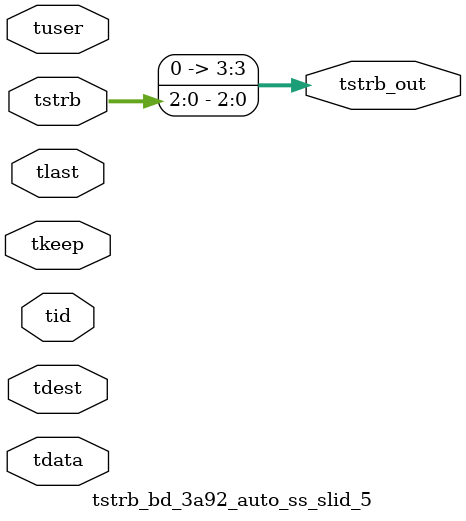
<source format=v>


`timescale 1ps/1ps

module tstrb_bd_3a92_auto_ss_slid_5 #
(
parameter C_S_AXIS_TDATA_WIDTH = 32,
parameter C_S_AXIS_TUSER_WIDTH = 0,
parameter C_S_AXIS_TID_WIDTH   = 0,
parameter C_S_AXIS_TDEST_WIDTH = 0,
parameter C_M_AXIS_TDATA_WIDTH = 32
)
(
input  [(C_S_AXIS_TDATA_WIDTH == 0 ? 1 : C_S_AXIS_TDATA_WIDTH)-1:0     ] tdata,
input  [(C_S_AXIS_TUSER_WIDTH == 0 ? 1 : C_S_AXIS_TUSER_WIDTH)-1:0     ] tuser,
input  [(C_S_AXIS_TID_WIDTH   == 0 ? 1 : C_S_AXIS_TID_WIDTH)-1:0       ] tid,
input  [(C_S_AXIS_TDEST_WIDTH == 0 ? 1 : C_S_AXIS_TDEST_WIDTH)-1:0     ] tdest,
input  [(C_S_AXIS_TDATA_WIDTH/8)-1:0 ] tkeep,
input  [(C_S_AXIS_TDATA_WIDTH/8)-1:0 ] tstrb,
input                                                                    tlast,
output [(C_M_AXIS_TDATA_WIDTH/8)-1:0 ] tstrb_out
);

assign tstrb_out = {tstrb[2:0]};

endmodule


</source>
